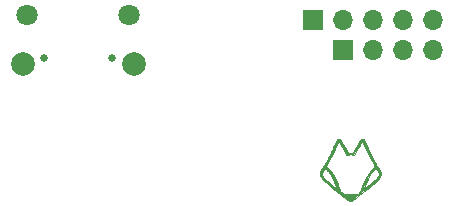
<source format=gbr>
%TF.GenerationSoftware,KiCad,Pcbnew,6.0.7-5.fc37*%
%TF.CreationDate,2022-11-14T12:33:57+01:00*%
%TF.ProjectId,GameboyTestCartridge,47616d65-626f-4795-9465-737443617274,rev?*%
%TF.SameCoordinates,PX9b72ec0PY876bf80*%
%TF.FileFunction,Soldermask,Bot*%
%TF.FilePolarity,Negative*%
%FSLAX46Y46*%
G04 Gerber Fmt 4.6, Leading zero omitted, Abs format (unit mm)*
G04 Created by KiCad (PCBNEW 6.0.7-5.fc37) date 2022-11-14 12:33:57*
%MOMM*%
%LPD*%
G01*
G04 APERTURE LIST*
%ADD10C,0.010000*%
%ADD11R,1.700000X1.700000*%
%ADD12O,1.700000X1.700000*%
%ADD13C,0.650000*%
%ADD14C,2.000000*%
%ADD15C,1.800000*%
G04 APERTURE END LIST*
%TO.C,MARK1*%
G36*
X32120171Y45884031D02*
G01*
X32116335Y45850651D01*
X32108723Y45819143D01*
X32096525Y45782839D01*
X32080379Y45740631D01*
X32060872Y45694025D01*
X32043628Y45656889D01*
X32039044Y45648165D01*
X32008860Y45598583D01*
X31968757Y45541257D01*
X31923137Y45481961D01*
X31876400Y45426465D01*
X31832945Y45380542D01*
X31818451Y45367730D01*
X31788111Y45342209D01*
X31743311Y45305156D01*
X31685112Y45257432D01*
X31614578Y45199896D01*
X31532769Y45133410D01*
X31440748Y45058834D01*
X31339576Y44977029D01*
X31230316Y44888856D01*
X31114030Y44795174D01*
X30991778Y44696845D01*
X30864624Y44594728D01*
X30733629Y44489685D01*
X29692875Y43655745D01*
X29552577Y43654956D01*
X29412278Y43654167D01*
X28356660Y44499236D01*
X28352199Y44502807D01*
X28220201Y44608614D01*
X28092011Y44711618D01*
X27968691Y44810954D01*
X27851302Y44905754D01*
X27740908Y44995155D01*
X27638570Y45078289D01*
X27545350Y45154292D01*
X27462310Y45222296D01*
X27390512Y45281437D01*
X27331019Y45330849D01*
X27284892Y45369665D01*
X27253193Y45397020D01*
X27236984Y45412048D01*
X27177726Y45478573D01*
X27106356Y45574327D01*
X27049471Y45673811D01*
X27003567Y45782585D01*
X26992402Y45815445D01*
X26984313Y45847174D01*
X26980094Y45880002D01*
X26978932Y45920602D01*
X26979484Y45948758D01*
X27132126Y45948758D01*
X27141978Y45906638D01*
X27161461Y45854634D01*
X27189018Y45796373D01*
X27223095Y45735480D01*
X27262134Y45675583D01*
X27273012Y45660362D01*
X27294230Y45632160D01*
X27316971Y45604374D01*
X27342611Y45575779D01*
X27372526Y45545147D01*
X27408090Y45511255D01*
X27450678Y45472876D01*
X27501667Y45428784D01*
X27562431Y45377754D01*
X27634346Y45318560D01*
X27718788Y45249978D01*
X27817130Y45170779D01*
X27930750Y45079741D01*
X27934021Y45077124D01*
X28023804Y45005306D01*
X28108809Y44937320D01*
X28187567Y44874338D01*
X28258609Y44817535D01*
X28320468Y44768085D01*
X28371673Y44727163D01*
X28410756Y44695941D01*
X28436249Y44675595D01*
X28446683Y44667298D01*
X28448014Y44667136D01*
X28447296Y44678908D01*
X28440612Y44706226D01*
X28428825Y44745849D01*
X28412798Y44794536D01*
X28365906Y44923366D01*
X28288213Y45112547D01*
X28199386Y45305770D01*
X28102004Y45498007D01*
X27998650Y45684232D01*
X27891904Y45859418D01*
X27784347Y46018538D01*
X27756342Y46055697D01*
X27708148Y46114098D01*
X27654031Y46174772D01*
X27597700Y46233865D01*
X27542865Y46287526D01*
X27493234Y46331903D01*
X27452519Y46363142D01*
X27449164Y46365375D01*
X27417187Y46385843D01*
X27392397Y46400334D01*
X27379917Y46405833D01*
X27378816Y46405105D01*
X27368974Y46391687D01*
X27351229Y46363751D01*
X27327381Y46324433D01*
X27299233Y46276867D01*
X27268585Y46224189D01*
X27237240Y46169533D01*
X27207000Y46116035D01*
X27179664Y46066831D01*
X27157036Y46025054D01*
X27140917Y45993841D01*
X27133108Y45976326D01*
X27132126Y45948758D01*
X26979484Y45948758D01*
X26980012Y45975648D01*
X26983542Y46093625D01*
X27254338Y46570223D01*
X27468025Y46570223D01*
X27476262Y46560320D01*
X27499032Y46545371D01*
X27531556Y46528532D01*
X27537205Y46525831D01*
X27566551Y46509497D01*
X27597310Y46487806D01*
X27632643Y46458142D01*
X27675708Y46417885D01*
X27729667Y46364418D01*
X27809643Y46279176D01*
X27903304Y46166315D01*
X27994480Y46041241D01*
X28084641Y45901784D01*
X28175258Y45745774D01*
X28267804Y45571042D01*
X28352673Y45399117D01*
X28426021Y45239075D01*
X28488619Y45088626D01*
X28541804Y44944368D01*
X28586910Y44802902D01*
X28623569Y44667136D01*
X28625273Y44660825D01*
X28631806Y44634579D01*
X28645147Y44582329D01*
X28656694Y44538853D01*
X28665389Y44508084D01*
X28670173Y44493957D01*
X28672050Y44491823D01*
X28687204Y44478168D01*
X28715007Y44454541D01*
X28752642Y44423241D01*
X28797292Y44386562D01*
X28846141Y44346803D01*
X28896370Y44306260D01*
X28945165Y44267228D01*
X28989706Y44232006D01*
X29027179Y44202890D01*
X29028701Y44202104D01*
X29047408Y44201642D01*
X29080309Y44206919D01*
X29122429Y44217189D01*
X29122685Y44217260D01*
X29147244Y44223733D01*
X29170969Y44228884D01*
X29196610Y44232866D01*
X29226919Y44235835D01*
X29264643Y44237943D01*
X29312535Y44239346D01*
X29373343Y44240198D01*
X29449817Y44240652D01*
X29544708Y44240863D01*
X29641948Y44240845D01*
X29721123Y44240427D01*
X29784333Y44239494D01*
X29834187Y44237933D01*
X29873291Y44235631D01*
X29904251Y44232475D01*
X29929674Y44228351D01*
X29952167Y44223145D01*
X29987411Y44213806D01*
X30021160Y44204804D01*
X30042125Y44199140D01*
X30048827Y44199188D01*
X30065809Y44205996D01*
X30092061Y44222072D01*
X30129260Y44248570D01*
X30179084Y44286642D01*
X30243208Y44337442D01*
X30264378Y44354449D01*
X30315621Y44396032D01*
X30360291Y44432862D01*
X30395885Y44462841D01*
X30419898Y44483871D01*
X30429827Y44493852D01*
X30431501Y44498130D01*
X30438239Y44520534D01*
X30448396Y44557743D01*
X30460911Y44605819D01*
X30474417Y44659591D01*
X30643176Y44659591D01*
X30643237Y44659600D01*
X30653111Y44666514D01*
X30677649Y44685371D01*
X30715156Y44714807D01*
X30763939Y44753454D01*
X30822304Y44799946D01*
X30888557Y44852919D01*
X30961005Y44911004D01*
X31037955Y44972837D01*
X31117711Y45037051D01*
X31198582Y45102280D01*
X31278872Y45167158D01*
X31356888Y45230319D01*
X31430937Y45290397D01*
X31499325Y45346026D01*
X31560358Y45395840D01*
X31612342Y45438472D01*
X31653584Y45472557D01*
X31682390Y45496728D01*
X31697066Y45509620D01*
X31719238Y45531869D01*
X31770184Y45589251D01*
X31818889Y45652114D01*
X31863617Y45717456D01*
X31902635Y45782277D01*
X31934206Y45843575D01*
X31956596Y45898350D01*
X31968070Y45943601D01*
X31966892Y45976326D01*
X31965633Y45979705D01*
X31955292Y46001409D01*
X31937151Y46035925D01*
X31913010Y46080119D01*
X31884671Y46130854D01*
X31853936Y46184997D01*
X31822605Y46239412D01*
X31792482Y46290963D01*
X31765366Y46336516D01*
X31743060Y46372936D01*
X31727365Y46397087D01*
X31720084Y46405833D01*
X31719543Y46405775D01*
X31705619Y46399253D01*
X31679890Y46384038D01*
X31647482Y46363142D01*
X31620344Y46343036D01*
X31573048Y46302271D01*
X31519411Y46251042D01*
X31463144Y46193201D01*
X31407955Y46132602D01*
X31357555Y46073097D01*
X31315654Y46018538D01*
X31237482Y45904644D01*
X31130666Y45734005D01*
X31026473Y45550988D01*
X30927489Y45360629D01*
X30836300Y45167960D01*
X30755490Y44978016D01*
X30687645Y44795829D01*
X30682547Y44780906D01*
X30666464Y44733270D01*
X30653751Y44694753D01*
X30645594Y44668985D01*
X30643176Y44659591D01*
X30474417Y44659591D01*
X30474727Y44660825D01*
X30512835Y44802033D01*
X30557896Y44943493D01*
X30611026Y45087723D01*
X30673563Y45238123D01*
X30746841Y45398096D01*
X30832196Y45571042D01*
X30908533Y45716252D01*
X30999385Y45875420D01*
X31089519Y46017651D01*
X31180408Y46145114D01*
X31273522Y46259980D01*
X31370333Y46364418D01*
X31381517Y46375661D01*
X31433174Y46426429D01*
X31474535Y46464483D01*
X31508760Y46492439D01*
X31539010Y46512916D01*
X31568445Y46528532D01*
X31569622Y46529084D01*
X31601900Y46545911D01*
X31624268Y46560743D01*
X31631945Y46570427D01*
X31631670Y46571206D01*
X31624286Y46585773D01*
X31607783Y46616280D01*
X31583313Y46660660D01*
X31552027Y46716846D01*
X31515074Y46782768D01*
X31473606Y46856359D01*
X31428774Y46935552D01*
X31381938Y47018669D01*
X31333563Y47106097D01*
X31287655Y47191092D01*
X31242628Y47276760D01*
X31196895Y47366211D01*
X31148870Y47462553D01*
X31096965Y47568892D01*
X31039593Y47688339D01*
X30975169Y47824000D01*
X30951476Y47874120D01*
X30903081Y47976631D01*
X30856455Y48075561D01*
X30812641Y48168690D01*
X30772682Y48253797D01*
X30737620Y48328661D01*
X30708496Y48391061D01*
X30686353Y48438775D01*
X30672233Y48469583D01*
X30657218Y48502489D01*
X30630372Y48560074D01*
X30604072Y48615194D01*
X30582322Y48659399D01*
X30542592Y48738090D01*
X30523032Y48712316D01*
X30516268Y48702015D01*
X30499633Y48673469D01*
X30476925Y48632392D01*
X30450223Y48582571D01*
X30421610Y48527792D01*
X30401190Y48488497D01*
X30375114Y48439238D01*
X30353075Y48398667D01*
X30336927Y48370176D01*
X30328519Y48357159D01*
X30326056Y48353639D01*
X30313938Y48333696D01*
X30293214Y48298243D01*
X30265022Y48249269D01*
X30230500Y48188767D01*
X30190786Y48118727D01*
X30147017Y48041139D01*
X30100333Y47957996D01*
X29883375Y47570715D01*
X29823037Y47570358D01*
X29799788Y47571127D01*
X29748766Y47576674D01*
X29701751Y47585875D01*
X29672402Y47592066D01*
X29604872Y47599497D01*
X29530677Y47600942D01*
X29458806Y47596402D01*
X29398249Y47585875D01*
X29374833Y47580674D01*
X29323737Y47573156D01*
X29276963Y47570358D01*
X29216625Y47570715D01*
X28999667Y47957996D01*
X28976263Y47999725D01*
X28930881Y48080367D01*
X28888977Y48154467D01*
X28851691Y48220034D01*
X28820160Y48275078D01*
X28795523Y48317607D01*
X28778917Y48345631D01*
X28771481Y48357159D01*
X28766221Y48364934D01*
X28752006Y48389529D01*
X28731396Y48427132D01*
X28706240Y48474351D01*
X28678391Y48527792D01*
X28658890Y48565276D01*
X28631345Y48617108D01*
X28607123Y48661416D01*
X28588303Y48694414D01*
X28576968Y48712316D01*
X28557408Y48738090D01*
X28517678Y48659399D01*
X28505093Y48634037D01*
X28480078Y48582134D01*
X28452969Y48524500D01*
X28427767Y48469583D01*
X28422017Y48456959D01*
X28403893Y48417710D01*
X28378250Y48362628D01*
X28346128Y48293933D01*
X28308571Y48213846D01*
X28266621Y48124588D01*
X28221320Y48028381D01*
X28173709Y47927444D01*
X28124832Y47824000D01*
X28066645Y47701417D01*
X28008625Y47580455D01*
X27956234Y47472917D01*
X27907885Y47375696D01*
X27861990Y47285683D01*
X27816964Y47199770D01*
X27771220Y47114850D01*
X27723169Y47027813D01*
X27671226Y46935552D01*
X27662777Y46920654D01*
X27618477Y46842337D01*
X27577754Y46770001D01*
X27541757Y46705715D01*
X27511639Y46651547D01*
X27488548Y46609564D01*
X27473637Y46581834D01*
X27468056Y46570427D01*
X27468025Y46570223D01*
X27254338Y46570223D01*
X27353359Y46744500D01*
X27369064Y46772141D01*
X27430662Y46880614D01*
X27485688Y46977759D01*
X27535116Y47065482D01*
X27579917Y47145687D01*
X27621066Y47220282D01*
X27659535Y47291170D01*
X27696298Y47360258D01*
X27732327Y47429450D01*
X27768596Y47500653D01*
X27806077Y47575771D01*
X27845744Y47656711D01*
X27888570Y47745377D01*
X27935528Y47843676D01*
X27987591Y47953512D01*
X28045731Y48076790D01*
X28110923Y48215417D01*
X28184140Y48371298D01*
X28225479Y48458887D01*
X28268021Y48548097D01*
X28307861Y48630714D01*
X28343965Y48704637D01*
X28375298Y48767765D01*
X28400826Y48817995D01*
X28419515Y48853228D01*
X28430329Y48871361D01*
X28461748Y48914083D01*
X28647954Y48914083D01*
X28684365Y48873781D01*
X28689680Y48867591D01*
X28713659Y48835179D01*
X28740829Y48793305D01*
X28766278Y48749427D01*
X28766911Y48748261D01*
X28781847Y48721078D01*
X28805867Y48677785D01*
X28837746Y48620573D01*
X28876260Y48551631D01*
X28920184Y48473149D01*
X28968294Y48387315D01*
X29019366Y48296321D01*
X29072175Y48202354D01*
X29332568Y47739333D01*
X29767432Y47739333D01*
X30027825Y48202354D01*
X30031315Y48208560D01*
X30084048Y48302398D01*
X30134963Y48393122D01*
X30182836Y48478540D01*
X30226443Y48556465D01*
X30264559Y48624705D01*
X30295961Y48681072D01*
X30319423Y48723376D01*
X30333722Y48749427D01*
X30340179Y48761109D01*
X30366581Y48805180D01*
X30393371Y48845224D01*
X30415636Y48873781D01*
X30452047Y48914083D01*
X30638252Y48914083D01*
X30669671Y48871361D01*
X30679543Y48854929D01*
X30697757Y48820732D01*
X30722877Y48771402D01*
X30753868Y48709040D01*
X30789697Y48635747D01*
X30829328Y48553625D01*
X30871728Y48464775D01*
X30915861Y48371298D01*
X30934031Y48332606D01*
X31005253Y48180996D01*
X31068682Y48046188D01*
X31125291Y47926275D01*
X31176053Y47819352D01*
X31221941Y47723514D01*
X31263928Y47636856D01*
X31302988Y47557472D01*
X31340093Y47483456D01*
X31376217Y47412903D01*
X31412332Y47343908D01*
X31449412Y47274565D01*
X31488430Y47202969D01*
X31530358Y47127214D01*
X31576170Y47045396D01*
X31626840Y46955607D01*
X31683339Y46855944D01*
X31746641Y46744500D01*
X31845547Y46570427D01*
X32116458Y46093625D01*
X32119988Y45975648D01*
X32120668Y45943601D01*
X32121042Y45925948D01*
X32120171Y45884031D01*
G37*
D10*
X32120171Y45884031D02*
X32116335Y45850651D01*
X32108723Y45819143D01*
X32096525Y45782839D01*
X32080379Y45740631D01*
X32060872Y45694025D01*
X32043628Y45656889D01*
X32039044Y45648165D01*
X32008860Y45598583D01*
X31968757Y45541257D01*
X31923137Y45481961D01*
X31876400Y45426465D01*
X31832945Y45380542D01*
X31818451Y45367730D01*
X31788111Y45342209D01*
X31743311Y45305156D01*
X31685112Y45257432D01*
X31614578Y45199896D01*
X31532769Y45133410D01*
X31440748Y45058834D01*
X31339576Y44977029D01*
X31230316Y44888856D01*
X31114030Y44795174D01*
X30991778Y44696845D01*
X30864624Y44594728D01*
X30733629Y44489685D01*
X29692875Y43655745D01*
X29552577Y43654956D01*
X29412278Y43654167D01*
X28356660Y44499236D01*
X28352199Y44502807D01*
X28220201Y44608614D01*
X28092011Y44711618D01*
X27968691Y44810954D01*
X27851302Y44905754D01*
X27740908Y44995155D01*
X27638570Y45078289D01*
X27545350Y45154292D01*
X27462310Y45222296D01*
X27390512Y45281437D01*
X27331019Y45330849D01*
X27284892Y45369665D01*
X27253193Y45397020D01*
X27236984Y45412048D01*
X27177726Y45478573D01*
X27106356Y45574327D01*
X27049471Y45673811D01*
X27003567Y45782585D01*
X26992402Y45815445D01*
X26984313Y45847174D01*
X26980094Y45880002D01*
X26978932Y45920602D01*
X26979484Y45948758D01*
X27132126Y45948758D01*
X27141978Y45906638D01*
X27161461Y45854634D01*
X27189018Y45796373D01*
X27223095Y45735480D01*
X27262134Y45675583D01*
X27273012Y45660362D01*
X27294230Y45632160D01*
X27316971Y45604374D01*
X27342611Y45575779D01*
X27372526Y45545147D01*
X27408090Y45511255D01*
X27450678Y45472876D01*
X27501667Y45428784D01*
X27562431Y45377754D01*
X27634346Y45318560D01*
X27718788Y45249978D01*
X27817130Y45170779D01*
X27930750Y45079741D01*
X27934021Y45077124D01*
X28023804Y45005306D01*
X28108809Y44937320D01*
X28187567Y44874338D01*
X28258609Y44817535D01*
X28320468Y44768085D01*
X28371673Y44727163D01*
X28410756Y44695941D01*
X28436249Y44675595D01*
X28446683Y44667298D01*
X28448014Y44667136D01*
X28447296Y44678908D01*
X28440612Y44706226D01*
X28428825Y44745849D01*
X28412798Y44794536D01*
X28365906Y44923366D01*
X28288213Y45112547D01*
X28199386Y45305770D01*
X28102004Y45498007D01*
X27998650Y45684232D01*
X27891904Y45859418D01*
X27784347Y46018538D01*
X27756342Y46055697D01*
X27708148Y46114098D01*
X27654031Y46174772D01*
X27597700Y46233865D01*
X27542865Y46287526D01*
X27493234Y46331903D01*
X27452519Y46363142D01*
X27449164Y46365375D01*
X27417187Y46385843D01*
X27392397Y46400334D01*
X27379917Y46405833D01*
X27378816Y46405105D01*
X27368974Y46391687D01*
X27351229Y46363751D01*
X27327381Y46324433D01*
X27299233Y46276867D01*
X27268585Y46224189D01*
X27237240Y46169533D01*
X27207000Y46116035D01*
X27179664Y46066831D01*
X27157036Y46025054D01*
X27140917Y45993841D01*
X27133108Y45976326D01*
X27132126Y45948758D01*
X26979484Y45948758D01*
X26980012Y45975648D01*
X26983542Y46093625D01*
X27254338Y46570223D01*
X27468025Y46570223D01*
X27476262Y46560320D01*
X27499032Y46545371D01*
X27531556Y46528532D01*
X27537205Y46525831D01*
X27566551Y46509497D01*
X27597310Y46487806D01*
X27632643Y46458142D01*
X27675708Y46417885D01*
X27729667Y46364418D01*
X27809643Y46279176D01*
X27903304Y46166315D01*
X27994480Y46041241D01*
X28084641Y45901784D01*
X28175258Y45745774D01*
X28267804Y45571042D01*
X28352673Y45399117D01*
X28426021Y45239075D01*
X28488619Y45088626D01*
X28541804Y44944368D01*
X28586910Y44802902D01*
X28623569Y44667136D01*
X28625273Y44660825D01*
X28631806Y44634579D01*
X28645147Y44582329D01*
X28656694Y44538853D01*
X28665389Y44508084D01*
X28670173Y44493957D01*
X28672050Y44491823D01*
X28687204Y44478168D01*
X28715007Y44454541D01*
X28752642Y44423241D01*
X28797292Y44386562D01*
X28846141Y44346803D01*
X28896370Y44306260D01*
X28945165Y44267228D01*
X28989706Y44232006D01*
X29027179Y44202890D01*
X29028701Y44202104D01*
X29047408Y44201642D01*
X29080309Y44206919D01*
X29122429Y44217189D01*
X29122685Y44217260D01*
X29147244Y44223733D01*
X29170969Y44228884D01*
X29196610Y44232866D01*
X29226919Y44235835D01*
X29264643Y44237943D01*
X29312535Y44239346D01*
X29373343Y44240198D01*
X29449817Y44240652D01*
X29544708Y44240863D01*
X29641948Y44240845D01*
X29721123Y44240427D01*
X29784333Y44239494D01*
X29834187Y44237933D01*
X29873291Y44235631D01*
X29904251Y44232475D01*
X29929674Y44228351D01*
X29952167Y44223145D01*
X29987411Y44213806D01*
X30021160Y44204804D01*
X30042125Y44199140D01*
X30048827Y44199188D01*
X30065809Y44205996D01*
X30092061Y44222072D01*
X30129260Y44248570D01*
X30179084Y44286642D01*
X30243208Y44337442D01*
X30264378Y44354449D01*
X30315621Y44396032D01*
X30360291Y44432862D01*
X30395885Y44462841D01*
X30419898Y44483871D01*
X30429827Y44493852D01*
X30431501Y44498130D01*
X30438239Y44520534D01*
X30448396Y44557743D01*
X30460911Y44605819D01*
X30474417Y44659591D01*
X30643176Y44659591D01*
X30643237Y44659600D01*
X30653111Y44666514D01*
X30677649Y44685371D01*
X30715156Y44714807D01*
X30763939Y44753454D01*
X30822304Y44799946D01*
X30888557Y44852919D01*
X30961005Y44911004D01*
X31037955Y44972837D01*
X31117711Y45037051D01*
X31198582Y45102280D01*
X31278872Y45167158D01*
X31356888Y45230319D01*
X31430937Y45290397D01*
X31499325Y45346026D01*
X31560358Y45395840D01*
X31612342Y45438472D01*
X31653584Y45472557D01*
X31682390Y45496728D01*
X31697066Y45509620D01*
X31719238Y45531869D01*
X31770184Y45589251D01*
X31818889Y45652114D01*
X31863617Y45717456D01*
X31902635Y45782277D01*
X31934206Y45843575D01*
X31956596Y45898350D01*
X31968070Y45943601D01*
X31966892Y45976326D01*
X31965633Y45979705D01*
X31955292Y46001409D01*
X31937151Y46035925D01*
X31913010Y46080119D01*
X31884671Y46130854D01*
X31853936Y46184997D01*
X31822605Y46239412D01*
X31792482Y46290963D01*
X31765366Y46336516D01*
X31743060Y46372936D01*
X31727365Y46397087D01*
X31720084Y46405833D01*
X31719543Y46405775D01*
X31705619Y46399253D01*
X31679890Y46384038D01*
X31647482Y46363142D01*
X31620344Y46343036D01*
X31573048Y46302271D01*
X31519411Y46251042D01*
X31463144Y46193201D01*
X31407955Y46132602D01*
X31357555Y46073097D01*
X31315654Y46018538D01*
X31237482Y45904644D01*
X31130666Y45734005D01*
X31026473Y45550988D01*
X30927489Y45360629D01*
X30836300Y45167960D01*
X30755490Y44978016D01*
X30687645Y44795829D01*
X30682547Y44780906D01*
X30666464Y44733270D01*
X30653751Y44694753D01*
X30645594Y44668985D01*
X30643176Y44659591D01*
X30474417Y44659591D01*
X30474727Y44660825D01*
X30512835Y44802033D01*
X30557896Y44943493D01*
X30611026Y45087723D01*
X30673563Y45238123D01*
X30746841Y45398096D01*
X30832196Y45571042D01*
X30908533Y45716252D01*
X30999385Y45875420D01*
X31089519Y46017651D01*
X31180408Y46145114D01*
X31273522Y46259980D01*
X31370333Y46364418D01*
X31381517Y46375661D01*
X31433174Y46426429D01*
X31474535Y46464483D01*
X31508760Y46492439D01*
X31539010Y46512916D01*
X31568445Y46528532D01*
X31569622Y46529084D01*
X31601900Y46545911D01*
X31624268Y46560743D01*
X31631945Y46570427D01*
X31631670Y46571206D01*
X31624286Y46585773D01*
X31607783Y46616280D01*
X31583313Y46660660D01*
X31552027Y46716846D01*
X31515074Y46782768D01*
X31473606Y46856359D01*
X31428774Y46935552D01*
X31381938Y47018669D01*
X31333563Y47106097D01*
X31287655Y47191092D01*
X31242628Y47276760D01*
X31196895Y47366211D01*
X31148870Y47462553D01*
X31096965Y47568892D01*
X31039593Y47688339D01*
X30975169Y47824000D01*
X30951476Y47874120D01*
X30903081Y47976631D01*
X30856455Y48075561D01*
X30812641Y48168690D01*
X30772682Y48253797D01*
X30737620Y48328661D01*
X30708496Y48391061D01*
X30686353Y48438775D01*
X30672233Y48469583D01*
X30657218Y48502489D01*
X30630372Y48560074D01*
X30604072Y48615194D01*
X30582322Y48659399D01*
X30542592Y48738090D01*
X30523032Y48712316D01*
X30516268Y48702015D01*
X30499633Y48673469D01*
X30476925Y48632392D01*
X30450223Y48582571D01*
X30421610Y48527792D01*
X30401190Y48488497D01*
X30375114Y48439238D01*
X30353075Y48398667D01*
X30336927Y48370176D01*
X30328519Y48357159D01*
X30326056Y48353639D01*
X30313938Y48333696D01*
X30293214Y48298243D01*
X30265022Y48249269D01*
X30230500Y48188767D01*
X30190786Y48118727D01*
X30147017Y48041139D01*
X30100333Y47957996D01*
X29883375Y47570715D01*
X29823037Y47570358D01*
X29799788Y47571127D01*
X29748766Y47576674D01*
X29701751Y47585875D01*
X29672402Y47592066D01*
X29604872Y47599497D01*
X29530677Y47600942D01*
X29458806Y47596402D01*
X29398249Y47585875D01*
X29374833Y47580674D01*
X29323737Y47573156D01*
X29276963Y47570358D01*
X29216625Y47570715D01*
X28999667Y47957996D01*
X28976263Y47999725D01*
X28930881Y48080367D01*
X28888977Y48154467D01*
X28851691Y48220034D01*
X28820160Y48275078D01*
X28795523Y48317607D01*
X28778917Y48345631D01*
X28771481Y48357159D01*
X28766221Y48364934D01*
X28752006Y48389529D01*
X28731396Y48427132D01*
X28706240Y48474351D01*
X28678391Y48527792D01*
X28658890Y48565276D01*
X28631345Y48617108D01*
X28607123Y48661416D01*
X28588303Y48694414D01*
X28576968Y48712316D01*
X28557408Y48738090D01*
X28517678Y48659399D01*
X28505093Y48634037D01*
X28480078Y48582134D01*
X28452969Y48524500D01*
X28427767Y48469583D01*
X28422017Y48456959D01*
X28403893Y48417710D01*
X28378250Y48362628D01*
X28346128Y48293933D01*
X28308571Y48213846D01*
X28266621Y48124588D01*
X28221320Y48028381D01*
X28173709Y47927444D01*
X28124832Y47824000D01*
X28066645Y47701417D01*
X28008625Y47580455D01*
X27956234Y47472917D01*
X27907885Y47375696D01*
X27861990Y47285683D01*
X27816964Y47199770D01*
X27771220Y47114850D01*
X27723169Y47027813D01*
X27671226Y46935552D01*
X27662777Y46920654D01*
X27618477Y46842337D01*
X27577754Y46770001D01*
X27541757Y46705715D01*
X27511639Y46651547D01*
X27488548Y46609564D01*
X27473637Y46581834D01*
X27468056Y46570427D01*
X27468025Y46570223D01*
X27254338Y46570223D01*
X27353359Y46744500D01*
X27369064Y46772141D01*
X27430662Y46880614D01*
X27485688Y46977759D01*
X27535116Y47065482D01*
X27579917Y47145687D01*
X27621066Y47220282D01*
X27659535Y47291170D01*
X27696298Y47360258D01*
X27732327Y47429450D01*
X27768596Y47500653D01*
X27806077Y47575771D01*
X27845744Y47656711D01*
X27888570Y47745377D01*
X27935528Y47843676D01*
X27987591Y47953512D01*
X28045731Y48076790D01*
X28110923Y48215417D01*
X28184140Y48371298D01*
X28225479Y48458887D01*
X28268021Y48548097D01*
X28307861Y48630714D01*
X28343965Y48704637D01*
X28375298Y48767765D01*
X28400826Y48817995D01*
X28419515Y48853228D01*
X28430329Y48871361D01*
X28461748Y48914083D01*
X28647954Y48914083D01*
X28684365Y48873781D01*
X28689680Y48867591D01*
X28713659Y48835179D01*
X28740829Y48793305D01*
X28766278Y48749427D01*
X28766911Y48748261D01*
X28781847Y48721078D01*
X28805867Y48677785D01*
X28837746Y48620573D01*
X28876260Y48551631D01*
X28920184Y48473149D01*
X28968294Y48387315D01*
X29019366Y48296321D01*
X29072175Y48202354D01*
X29332568Y47739333D01*
X29767432Y47739333D01*
X30027825Y48202354D01*
X30031315Y48208560D01*
X30084048Y48302398D01*
X30134963Y48393122D01*
X30182836Y48478540D01*
X30226443Y48556465D01*
X30264559Y48624705D01*
X30295961Y48681072D01*
X30319423Y48723376D01*
X30333722Y48749427D01*
X30340179Y48761109D01*
X30366581Y48805180D01*
X30393371Y48845224D01*
X30415636Y48873781D01*
X30452047Y48914083D01*
X30638252Y48914083D01*
X30669671Y48871361D01*
X30679543Y48854929D01*
X30697757Y48820732D01*
X30722877Y48771402D01*
X30753868Y48709040D01*
X30789697Y48635747D01*
X30829328Y48553625D01*
X30871728Y48464775D01*
X30915861Y48371298D01*
X30934031Y48332606D01*
X31005253Y48180996D01*
X31068682Y48046188D01*
X31125291Y47926275D01*
X31176053Y47819352D01*
X31221941Y47723514D01*
X31263928Y47636856D01*
X31302988Y47557472D01*
X31340093Y47483456D01*
X31376217Y47412903D01*
X31412332Y47343908D01*
X31449412Y47274565D01*
X31488430Y47202969D01*
X31530358Y47127214D01*
X31576170Y47045396D01*
X31626840Y46955607D01*
X31683339Y46855944D01*
X31746641Y46744500D01*
X31845547Y46570427D01*
X32116458Y46093625D01*
X32119988Y45975648D01*
X32120668Y45943601D01*
X32121042Y45925948D01*
X32120171Y45884031D01*
%TD*%
D11*
%TO.C,J1*%
X26425000Y59000000D03*
D12*
X28965000Y59000000D03*
X31505000Y59000000D03*
X34045000Y59000000D03*
X36585000Y59000000D03*
%TD*%
D13*
%TO.C,J3*%
X3610000Y55750000D03*
X9390000Y55750000D03*
D14*
X11200000Y55250000D03*
X1800000Y55250000D03*
D15*
X2180000Y59400000D03*
X10820000Y59400000D03*
%TD*%
D11*
%TO.C,J2*%
X28965000Y56460000D03*
D12*
X31505000Y56460000D03*
X34045000Y56460000D03*
X36585000Y56460000D03*
%TD*%
M02*

</source>
